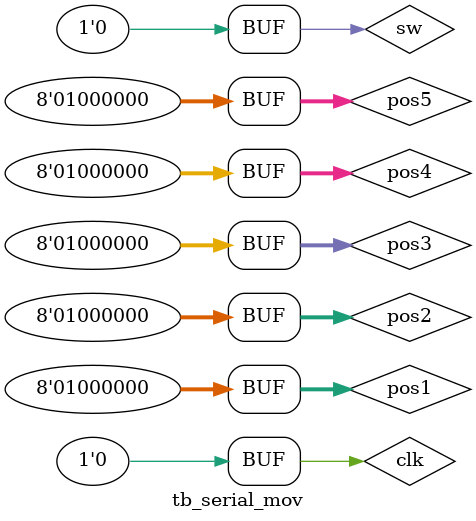
<source format=v>
`timescale 1ns / 1ps


module tb_serial_mov;

	// Inputs
	reg sw;
	reg clk;
	reg [7:0] pos1;
	reg [7:0] pos2;
	reg [7:0] pos3;
	reg [7:0] pos4;
	reg [7:0] pos5;

	// Outputs
	wire [1:0] btn1;
	wire [1:0] btn2;
	wire [1:0] btn3;
	wire [1:0] btn4;
	wire [1:0] btn5;

	// Instantiate the Unit Under Test (UUT)
	serial_mov uut (
		.sw(sw), 
		.clk(clk), 
		.pos1(pos1), 
		.pos2(pos2), 
		.pos3(pos3), 
		.pos4(pos4), 
		.pos5(pos5), 
		.btn1(btn1), 
		.btn2(btn2), 
		.btn3(btn3), 
		.btn4(btn4), 
		.btn5(btn5)
	);

	initial begin
		// Initialize Inputs
		sw = 0;
		clk = 0;
		pos1 = 8'b01000000;
		pos2 = 8'b01000000;
		pos3 = 8'b01000000;
		pos4 = 8'b01000000;
		pos5 = 8'b01000000;

		// Wait 100 ns for global reset to finish
		#100;
      clk = 1; 
		#50;
		clk = 0;
		#50;
		clk = 1;
		#50;
		clk = 0;
		#50;
		clk = 1;
		#50;
		clk = 0;
		#50;
		clk = 1;
		#50;
		clk = 0;
		#50;
		// Add stimulus here

	end
	
	initial begin
		$monitor("clk = %d, pos1 = %b, btn1 = %b",clk,pos1[7:0],btn1[1:0]);
	end
	
      
endmodule


</source>
